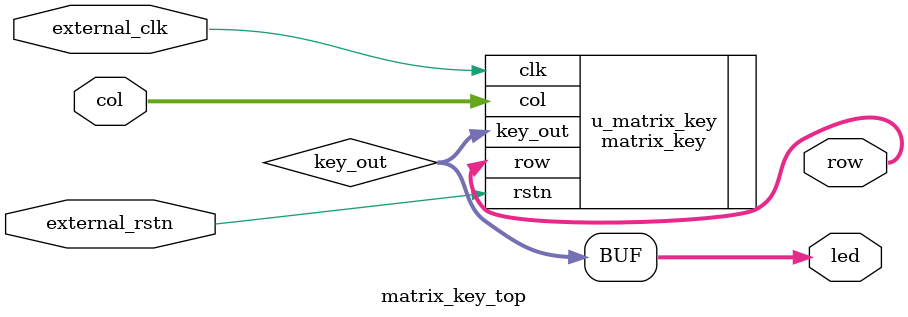
<source format=v>
module matrix_key_top(
//system io
input  wire       external_clk ,
input  wire       external_rstn,

input  wire [ 3:0] col,
output wire [ 3:0] row,
output wire [15:0] led
);

wire [15:0] key_out;

assign led = key_out;
matrix_key #(
	.ROW_NUM       	( 4     ),
	.COL_NUM       	( 4     ),
	.DEBOUNCE_TIME 	( 10000 ),
	.DELAY_TIME    	( 2000  ))
u_matrix_key(
	.clk     	( external_clk  ),
	.rstn    	( external_rstn ),
	.row     	( row           ),
	.col     	( col           ),
	.key_out 	( key_out       )
);


endmodule

</source>
